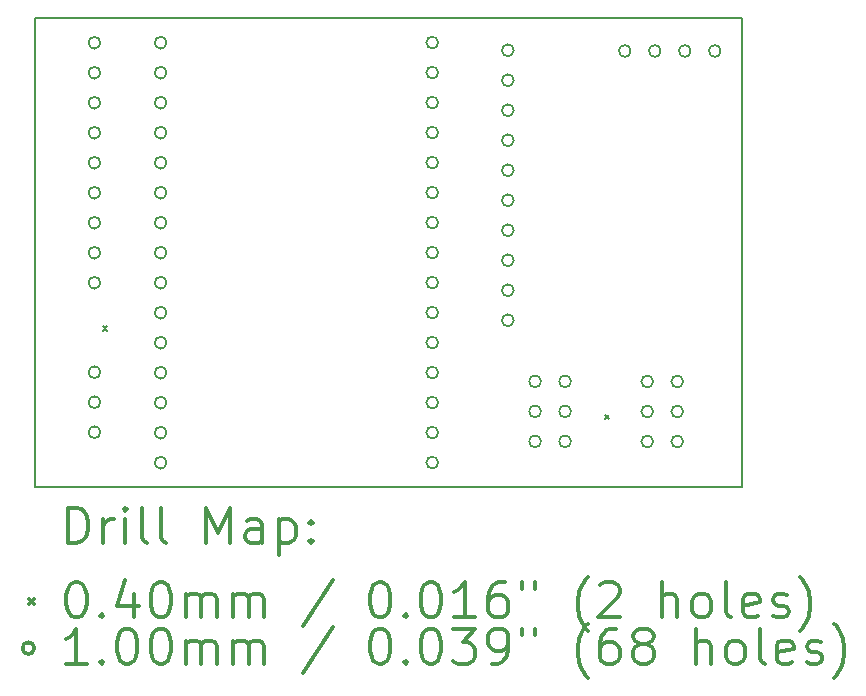
<source format=gbr>
%FSLAX45Y45*%
G04 Gerber Fmt 4.5, Leading zero omitted, Abs format (unit mm)*
G04 Created by KiCad (PCBNEW (5.1.5-0-10_14)) date 2020-04-27 22:26:07*
%MOMM*%
%LPD*%
G04 APERTURE LIST*
%TA.AperFunction,Profile*%
%ADD10C,0.200000*%
%TD*%
%ADD11C,0.200000*%
%ADD12C,0.300000*%
G04 APERTURE END LIST*
D10*
X16050000Y-6320000D02*
X16050000Y-10290000D01*
X10070000Y-6320000D02*
X16050000Y-6320000D01*
X10070000Y-10290000D02*
X16050000Y-10290000D01*
X10070000Y-6320000D02*
X10070000Y-10290000D01*
D11*
X10640000Y-8930000D02*
X10680000Y-8970000D01*
X10680000Y-8930000D02*
X10640000Y-8970000D01*
X14890000Y-9680000D02*
X14930000Y-9720000D01*
X14930000Y-9680000D02*
X14890000Y-9720000D01*
X10620000Y-6530000D02*
G75*
G03X10620000Y-6530000I-50000J0D01*
G01*
X10620000Y-6784000D02*
G75*
G03X10620000Y-6784000I-50000J0D01*
G01*
X10620000Y-7038000D02*
G75*
G03X10620000Y-7038000I-50000J0D01*
G01*
X10620000Y-7292000D02*
G75*
G03X10620000Y-7292000I-50000J0D01*
G01*
X10620000Y-7546000D02*
G75*
G03X10620000Y-7546000I-50000J0D01*
G01*
X10620000Y-7800000D02*
G75*
G03X10620000Y-7800000I-50000J0D01*
G01*
X10620000Y-8054000D02*
G75*
G03X10620000Y-8054000I-50000J0D01*
G01*
X10620000Y-8308000D02*
G75*
G03X10620000Y-8308000I-50000J0D01*
G01*
X10620000Y-8562000D02*
G75*
G03X10620000Y-8562000I-50000J0D01*
G01*
X13480000Y-6529000D02*
G75*
G03X13480000Y-6529000I-50000J0D01*
G01*
X13480000Y-6783000D02*
G75*
G03X13480000Y-6783000I-50000J0D01*
G01*
X13480000Y-7037000D02*
G75*
G03X13480000Y-7037000I-50000J0D01*
G01*
X13480000Y-7291000D02*
G75*
G03X13480000Y-7291000I-50000J0D01*
G01*
X13480000Y-7545000D02*
G75*
G03X13480000Y-7545000I-50000J0D01*
G01*
X13480000Y-7799000D02*
G75*
G03X13480000Y-7799000I-50000J0D01*
G01*
X13480000Y-8053000D02*
G75*
G03X13480000Y-8053000I-50000J0D01*
G01*
X13480000Y-8307000D02*
G75*
G03X13480000Y-8307000I-50000J0D01*
G01*
X13480000Y-8561000D02*
G75*
G03X13480000Y-8561000I-50000J0D01*
G01*
X13480000Y-8815000D02*
G75*
G03X13480000Y-8815000I-50000J0D01*
G01*
X13480000Y-9069000D02*
G75*
G03X13480000Y-9069000I-50000J0D01*
G01*
X13480000Y-9323000D02*
G75*
G03X13480000Y-9323000I-50000J0D01*
G01*
X13480000Y-9577000D02*
G75*
G03X13480000Y-9577000I-50000J0D01*
G01*
X13480000Y-9831000D02*
G75*
G03X13480000Y-9831000I-50000J0D01*
G01*
X13480000Y-10085000D02*
G75*
G03X13480000Y-10085000I-50000J0D01*
G01*
X15110000Y-6600000D02*
G75*
G03X15110000Y-6600000I-50000J0D01*
G01*
X15364000Y-6600000D02*
G75*
G03X15364000Y-6600000I-50000J0D01*
G01*
X15618000Y-6600000D02*
G75*
G03X15618000Y-6600000I-50000J0D01*
G01*
X15872000Y-6600000D02*
G75*
G03X15872000Y-6600000I-50000J0D01*
G01*
X15300000Y-9398350D02*
G75*
G03X15300000Y-9398350I-50000J0D01*
G01*
X15300000Y-9652350D02*
G75*
G03X15300000Y-9652350I-50000J0D01*
G01*
X15300000Y-9906350D02*
G75*
G03X15300000Y-9906350I-50000J0D01*
G01*
X15554000Y-9398350D02*
G75*
G03X15554000Y-9398350I-50000J0D01*
G01*
X15554000Y-9652350D02*
G75*
G03X15554000Y-9652350I-50000J0D01*
G01*
X15554000Y-9906350D02*
G75*
G03X15554000Y-9906350I-50000J0D01*
G01*
X11180000Y-6530000D02*
G75*
G03X11180000Y-6530000I-50000J0D01*
G01*
X11180000Y-6784000D02*
G75*
G03X11180000Y-6784000I-50000J0D01*
G01*
X11180000Y-7038000D02*
G75*
G03X11180000Y-7038000I-50000J0D01*
G01*
X11180000Y-7292000D02*
G75*
G03X11180000Y-7292000I-50000J0D01*
G01*
X11180000Y-7546000D02*
G75*
G03X11180000Y-7546000I-50000J0D01*
G01*
X11180000Y-7800000D02*
G75*
G03X11180000Y-7800000I-50000J0D01*
G01*
X11180000Y-8054000D02*
G75*
G03X11180000Y-8054000I-50000J0D01*
G01*
X11180000Y-8308000D02*
G75*
G03X11180000Y-8308000I-50000J0D01*
G01*
X11180000Y-8562000D02*
G75*
G03X11180000Y-8562000I-50000J0D01*
G01*
X11180000Y-8816000D02*
G75*
G03X11180000Y-8816000I-50000J0D01*
G01*
X11180000Y-9070000D02*
G75*
G03X11180000Y-9070000I-50000J0D01*
G01*
X11180000Y-9324000D02*
G75*
G03X11180000Y-9324000I-50000J0D01*
G01*
X11180000Y-9578000D02*
G75*
G03X11180000Y-9578000I-50000J0D01*
G01*
X11180000Y-9832000D02*
G75*
G03X11180000Y-9832000I-50000J0D01*
G01*
X11180000Y-10086000D02*
G75*
G03X11180000Y-10086000I-50000J0D01*
G01*
X14120000Y-6594000D02*
G75*
G03X14120000Y-6594000I-50000J0D01*
G01*
X14120000Y-6848000D02*
G75*
G03X14120000Y-6848000I-50000J0D01*
G01*
X14120000Y-7102000D02*
G75*
G03X14120000Y-7102000I-50000J0D01*
G01*
X14120000Y-7356000D02*
G75*
G03X14120000Y-7356000I-50000J0D01*
G01*
X14120000Y-7610000D02*
G75*
G03X14120000Y-7610000I-50000J0D01*
G01*
X14120000Y-7864000D02*
G75*
G03X14120000Y-7864000I-50000J0D01*
G01*
X14120000Y-8118000D02*
G75*
G03X14120000Y-8118000I-50000J0D01*
G01*
X14120000Y-8372000D02*
G75*
G03X14120000Y-8372000I-50000J0D01*
G01*
X14120000Y-8626000D02*
G75*
G03X14120000Y-8626000I-50000J0D01*
G01*
X14120000Y-8880000D02*
G75*
G03X14120000Y-8880000I-50000J0D01*
G01*
X14350000Y-9398350D02*
G75*
G03X14350000Y-9398350I-50000J0D01*
G01*
X14350000Y-9652350D02*
G75*
G03X14350000Y-9652350I-50000J0D01*
G01*
X14350000Y-9906350D02*
G75*
G03X14350000Y-9906350I-50000J0D01*
G01*
X14604000Y-9398350D02*
G75*
G03X14604000Y-9398350I-50000J0D01*
G01*
X14604000Y-9652350D02*
G75*
G03X14604000Y-9652350I-50000J0D01*
G01*
X14604000Y-9906350D02*
G75*
G03X14604000Y-9906350I-50000J0D01*
G01*
X10620000Y-9320000D02*
G75*
G03X10620000Y-9320000I-50000J0D01*
G01*
X10620000Y-9574000D02*
G75*
G03X10620000Y-9574000I-50000J0D01*
G01*
X10620000Y-9828000D02*
G75*
G03X10620000Y-9828000I-50000J0D01*
G01*
D12*
X10346428Y-10765714D02*
X10346428Y-10465714D01*
X10417857Y-10465714D01*
X10460714Y-10480000D01*
X10489286Y-10508572D01*
X10503571Y-10537143D01*
X10517857Y-10594286D01*
X10517857Y-10637143D01*
X10503571Y-10694286D01*
X10489286Y-10722857D01*
X10460714Y-10751429D01*
X10417857Y-10765714D01*
X10346428Y-10765714D01*
X10646428Y-10765714D02*
X10646428Y-10565714D01*
X10646428Y-10622857D02*
X10660714Y-10594286D01*
X10675000Y-10580000D01*
X10703571Y-10565714D01*
X10732143Y-10565714D01*
X10832143Y-10765714D02*
X10832143Y-10565714D01*
X10832143Y-10465714D02*
X10817857Y-10480000D01*
X10832143Y-10494286D01*
X10846428Y-10480000D01*
X10832143Y-10465714D01*
X10832143Y-10494286D01*
X11017857Y-10765714D02*
X10989286Y-10751429D01*
X10975000Y-10722857D01*
X10975000Y-10465714D01*
X11175000Y-10765714D02*
X11146428Y-10751429D01*
X11132143Y-10722857D01*
X11132143Y-10465714D01*
X11517857Y-10765714D02*
X11517857Y-10465714D01*
X11617857Y-10680000D01*
X11717857Y-10465714D01*
X11717857Y-10765714D01*
X11989286Y-10765714D02*
X11989286Y-10608572D01*
X11975000Y-10580000D01*
X11946428Y-10565714D01*
X11889286Y-10565714D01*
X11860714Y-10580000D01*
X11989286Y-10751429D02*
X11960714Y-10765714D01*
X11889286Y-10765714D01*
X11860714Y-10751429D01*
X11846428Y-10722857D01*
X11846428Y-10694286D01*
X11860714Y-10665714D01*
X11889286Y-10651429D01*
X11960714Y-10651429D01*
X11989286Y-10637143D01*
X12132143Y-10565714D02*
X12132143Y-10865714D01*
X12132143Y-10580000D02*
X12160714Y-10565714D01*
X12217857Y-10565714D01*
X12246428Y-10580000D01*
X12260714Y-10594286D01*
X12275000Y-10622857D01*
X12275000Y-10708572D01*
X12260714Y-10737143D01*
X12246428Y-10751429D01*
X12217857Y-10765714D01*
X12160714Y-10765714D01*
X12132143Y-10751429D01*
X12403571Y-10737143D02*
X12417857Y-10751429D01*
X12403571Y-10765714D01*
X12389286Y-10751429D01*
X12403571Y-10737143D01*
X12403571Y-10765714D01*
X12403571Y-10580000D02*
X12417857Y-10594286D01*
X12403571Y-10608572D01*
X12389286Y-10594286D01*
X12403571Y-10580000D01*
X12403571Y-10608572D01*
X10020000Y-11240000D02*
X10060000Y-11280000D01*
X10060000Y-11240000D02*
X10020000Y-11280000D01*
X10403571Y-11095714D02*
X10432143Y-11095714D01*
X10460714Y-11110000D01*
X10475000Y-11124286D01*
X10489286Y-11152857D01*
X10503571Y-11210000D01*
X10503571Y-11281429D01*
X10489286Y-11338571D01*
X10475000Y-11367143D01*
X10460714Y-11381429D01*
X10432143Y-11395714D01*
X10403571Y-11395714D01*
X10375000Y-11381429D01*
X10360714Y-11367143D01*
X10346428Y-11338571D01*
X10332143Y-11281429D01*
X10332143Y-11210000D01*
X10346428Y-11152857D01*
X10360714Y-11124286D01*
X10375000Y-11110000D01*
X10403571Y-11095714D01*
X10632143Y-11367143D02*
X10646428Y-11381429D01*
X10632143Y-11395714D01*
X10617857Y-11381429D01*
X10632143Y-11367143D01*
X10632143Y-11395714D01*
X10903571Y-11195714D02*
X10903571Y-11395714D01*
X10832143Y-11081429D02*
X10760714Y-11295714D01*
X10946428Y-11295714D01*
X11117857Y-11095714D02*
X11146428Y-11095714D01*
X11175000Y-11110000D01*
X11189286Y-11124286D01*
X11203571Y-11152857D01*
X11217857Y-11210000D01*
X11217857Y-11281429D01*
X11203571Y-11338571D01*
X11189286Y-11367143D01*
X11175000Y-11381429D01*
X11146428Y-11395714D01*
X11117857Y-11395714D01*
X11089286Y-11381429D01*
X11075000Y-11367143D01*
X11060714Y-11338571D01*
X11046428Y-11281429D01*
X11046428Y-11210000D01*
X11060714Y-11152857D01*
X11075000Y-11124286D01*
X11089286Y-11110000D01*
X11117857Y-11095714D01*
X11346428Y-11395714D02*
X11346428Y-11195714D01*
X11346428Y-11224286D02*
X11360714Y-11210000D01*
X11389286Y-11195714D01*
X11432143Y-11195714D01*
X11460714Y-11210000D01*
X11475000Y-11238571D01*
X11475000Y-11395714D01*
X11475000Y-11238571D02*
X11489286Y-11210000D01*
X11517857Y-11195714D01*
X11560714Y-11195714D01*
X11589286Y-11210000D01*
X11603571Y-11238571D01*
X11603571Y-11395714D01*
X11746428Y-11395714D02*
X11746428Y-11195714D01*
X11746428Y-11224286D02*
X11760714Y-11210000D01*
X11789286Y-11195714D01*
X11832143Y-11195714D01*
X11860714Y-11210000D01*
X11875000Y-11238571D01*
X11875000Y-11395714D01*
X11875000Y-11238571D02*
X11889286Y-11210000D01*
X11917857Y-11195714D01*
X11960714Y-11195714D01*
X11989286Y-11210000D01*
X12003571Y-11238571D01*
X12003571Y-11395714D01*
X12589286Y-11081429D02*
X12332143Y-11467143D01*
X12975000Y-11095714D02*
X13003571Y-11095714D01*
X13032143Y-11110000D01*
X13046428Y-11124286D01*
X13060714Y-11152857D01*
X13075000Y-11210000D01*
X13075000Y-11281429D01*
X13060714Y-11338571D01*
X13046428Y-11367143D01*
X13032143Y-11381429D01*
X13003571Y-11395714D01*
X12975000Y-11395714D01*
X12946428Y-11381429D01*
X12932143Y-11367143D01*
X12917857Y-11338571D01*
X12903571Y-11281429D01*
X12903571Y-11210000D01*
X12917857Y-11152857D01*
X12932143Y-11124286D01*
X12946428Y-11110000D01*
X12975000Y-11095714D01*
X13203571Y-11367143D02*
X13217857Y-11381429D01*
X13203571Y-11395714D01*
X13189286Y-11381429D01*
X13203571Y-11367143D01*
X13203571Y-11395714D01*
X13403571Y-11095714D02*
X13432143Y-11095714D01*
X13460714Y-11110000D01*
X13475000Y-11124286D01*
X13489286Y-11152857D01*
X13503571Y-11210000D01*
X13503571Y-11281429D01*
X13489286Y-11338571D01*
X13475000Y-11367143D01*
X13460714Y-11381429D01*
X13432143Y-11395714D01*
X13403571Y-11395714D01*
X13375000Y-11381429D01*
X13360714Y-11367143D01*
X13346428Y-11338571D01*
X13332143Y-11281429D01*
X13332143Y-11210000D01*
X13346428Y-11152857D01*
X13360714Y-11124286D01*
X13375000Y-11110000D01*
X13403571Y-11095714D01*
X13789286Y-11395714D02*
X13617857Y-11395714D01*
X13703571Y-11395714D02*
X13703571Y-11095714D01*
X13675000Y-11138572D01*
X13646428Y-11167143D01*
X13617857Y-11181429D01*
X14046428Y-11095714D02*
X13989286Y-11095714D01*
X13960714Y-11110000D01*
X13946428Y-11124286D01*
X13917857Y-11167143D01*
X13903571Y-11224286D01*
X13903571Y-11338571D01*
X13917857Y-11367143D01*
X13932143Y-11381429D01*
X13960714Y-11395714D01*
X14017857Y-11395714D01*
X14046428Y-11381429D01*
X14060714Y-11367143D01*
X14075000Y-11338571D01*
X14075000Y-11267143D01*
X14060714Y-11238571D01*
X14046428Y-11224286D01*
X14017857Y-11210000D01*
X13960714Y-11210000D01*
X13932143Y-11224286D01*
X13917857Y-11238571D01*
X13903571Y-11267143D01*
X14189286Y-11095714D02*
X14189286Y-11152857D01*
X14303571Y-11095714D02*
X14303571Y-11152857D01*
X14746428Y-11510000D02*
X14732143Y-11495714D01*
X14703571Y-11452857D01*
X14689286Y-11424286D01*
X14675000Y-11381429D01*
X14660714Y-11310000D01*
X14660714Y-11252857D01*
X14675000Y-11181429D01*
X14689286Y-11138572D01*
X14703571Y-11110000D01*
X14732143Y-11067143D01*
X14746428Y-11052857D01*
X14846428Y-11124286D02*
X14860714Y-11110000D01*
X14889286Y-11095714D01*
X14960714Y-11095714D01*
X14989286Y-11110000D01*
X15003571Y-11124286D01*
X15017857Y-11152857D01*
X15017857Y-11181429D01*
X15003571Y-11224286D01*
X14832143Y-11395714D01*
X15017857Y-11395714D01*
X15375000Y-11395714D02*
X15375000Y-11095714D01*
X15503571Y-11395714D02*
X15503571Y-11238571D01*
X15489286Y-11210000D01*
X15460714Y-11195714D01*
X15417857Y-11195714D01*
X15389286Y-11210000D01*
X15375000Y-11224286D01*
X15689286Y-11395714D02*
X15660714Y-11381429D01*
X15646428Y-11367143D01*
X15632143Y-11338571D01*
X15632143Y-11252857D01*
X15646428Y-11224286D01*
X15660714Y-11210000D01*
X15689286Y-11195714D01*
X15732143Y-11195714D01*
X15760714Y-11210000D01*
X15775000Y-11224286D01*
X15789286Y-11252857D01*
X15789286Y-11338571D01*
X15775000Y-11367143D01*
X15760714Y-11381429D01*
X15732143Y-11395714D01*
X15689286Y-11395714D01*
X15960714Y-11395714D02*
X15932143Y-11381429D01*
X15917857Y-11352857D01*
X15917857Y-11095714D01*
X16189286Y-11381429D02*
X16160714Y-11395714D01*
X16103571Y-11395714D01*
X16075000Y-11381429D01*
X16060714Y-11352857D01*
X16060714Y-11238571D01*
X16075000Y-11210000D01*
X16103571Y-11195714D01*
X16160714Y-11195714D01*
X16189286Y-11210000D01*
X16203571Y-11238571D01*
X16203571Y-11267143D01*
X16060714Y-11295714D01*
X16317857Y-11381429D02*
X16346428Y-11395714D01*
X16403571Y-11395714D01*
X16432143Y-11381429D01*
X16446428Y-11352857D01*
X16446428Y-11338571D01*
X16432143Y-11310000D01*
X16403571Y-11295714D01*
X16360714Y-11295714D01*
X16332143Y-11281429D01*
X16317857Y-11252857D01*
X16317857Y-11238571D01*
X16332143Y-11210000D01*
X16360714Y-11195714D01*
X16403571Y-11195714D01*
X16432143Y-11210000D01*
X16546428Y-11510000D02*
X16560714Y-11495714D01*
X16589286Y-11452857D01*
X16603571Y-11424286D01*
X16617857Y-11381429D01*
X16632143Y-11310000D01*
X16632143Y-11252857D01*
X16617857Y-11181429D01*
X16603571Y-11138572D01*
X16589286Y-11110000D01*
X16560714Y-11067143D01*
X16546428Y-11052857D01*
X10060000Y-11656000D02*
G75*
G03X10060000Y-11656000I-50000J0D01*
G01*
X10503571Y-11791714D02*
X10332143Y-11791714D01*
X10417857Y-11791714D02*
X10417857Y-11491714D01*
X10389286Y-11534571D01*
X10360714Y-11563143D01*
X10332143Y-11577429D01*
X10632143Y-11763143D02*
X10646428Y-11777429D01*
X10632143Y-11791714D01*
X10617857Y-11777429D01*
X10632143Y-11763143D01*
X10632143Y-11791714D01*
X10832143Y-11491714D02*
X10860714Y-11491714D01*
X10889286Y-11506000D01*
X10903571Y-11520286D01*
X10917857Y-11548857D01*
X10932143Y-11606000D01*
X10932143Y-11677429D01*
X10917857Y-11734571D01*
X10903571Y-11763143D01*
X10889286Y-11777429D01*
X10860714Y-11791714D01*
X10832143Y-11791714D01*
X10803571Y-11777429D01*
X10789286Y-11763143D01*
X10775000Y-11734571D01*
X10760714Y-11677429D01*
X10760714Y-11606000D01*
X10775000Y-11548857D01*
X10789286Y-11520286D01*
X10803571Y-11506000D01*
X10832143Y-11491714D01*
X11117857Y-11491714D02*
X11146428Y-11491714D01*
X11175000Y-11506000D01*
X11189286Y-11520286D01*
X11203571Y-11548857D01*
X11217857Y-11606000D01*
X11217857Y-11677429D01*
X11203571Y-11734571D01*
X11189286Y-11763143D01*
X11175000Y-11777429D01*
X11146428Y-11791714D01*
X11117857Y-11791714D01*
X11089286Y-11777429D01*
X11075000Y-11763143D01*
X11060714Y-11734571D01*
X11046428Y-11677429D01*
X11046428Y-11606000D01*
X11060714Y-11548857D01*
X11075000Y-11520286D01*
X11089286Y-11506000D01*
X11117857Y-11491714D01*
X11346428Y-11791714D02*
X11346428Y-11591714D01*
X11346428Y-11620286D02*
X11360714Y-11606000D01*
X11389286Y-11591714D01*
X11432143Y-11591714D01*
X11460714Y-11606000D01*
X11475000Y-11634571D01*
X11475000Y-11791714D01*
X11475000Y-11634571D02*
X11489286Y-11606000D01*
X11517857Y-11591714D01*
X11560714Y-11591714D01*
X11589286Y-11606000D01*
X11603571Y-11634571D01*
X11603571Y-11791714D01*
X11746428Y-11791714D02*
X11746428Y-11591714D01*
X11746428Y-11620286D02*
X11760714Y-11606000D01*
X11789286Y-11591714D01*
X11832143Y-11591714D01*
X11860714Y-11606000D01*
X11875000Y-11634571D01*
X11875000Y-11791714D01*
X11875000Y-11634571D02*
X11889286Y-11606000D01*
X11917857Y-11591714D01*
X11960714Y-11591714D01*
X11989286Y-11606000D01*
X12003571Y-11634571D01*
X12003571Y-11791714D01*
X12589286Y-11477429D02*
X12332143Y-11863143D01*
X12975000Y-11491714D02*
X13003571Y-11491714D01*
X13032143Y-11506000D01*
X13046428Y-11520286D01*
X13060714Y-11548857D01*
X13075000Y-11606000D01*
X13075000Y-11677429D01*
X13060714Y-11734571D01*
X13046428Y-11763143D01*
X13032143Y-11777429D01*
X13003571Y-11791714D01*
X12975000Y-11791714D01*
X12946428Y-11777429D01*
X12932143Y-11763143D01*
X12917857Y-11734571D01*
X12903571Y-11677429D01*
X12903571Y-11606000D01*
X12917857Y-11548857D01*
X12932143Y-11520286D01*
X12946428Y-11506000D01*
X12975000Y-11491714D01*
X13203571Y-11763143D02*
X13217857Y-11777429D01*
X13203571Y-11791714D01*
X13189286Y-11777429D01*
X13203571Y-11763143D01*
X13203571Y-11791714D01*
X13403571Y-11491714D02*
X13432143Y-11491714D01*
X13460714Y-11506000D01*
X13475000Y-11520286D01*
X13489286Y-11548857D01*
X13503571Y-11606000D01*
X13503571Y-11677429D01*
X13489286Y-11734571D01*
X13475000Y-11763143D01*
X13460714Y-11777429D01*
X13432143Y-11791714D01*
X13403571Y-11791714D01*
X13375000Y-11777429D01*
X13360714Y-11763143D01*
X13346428Y-11734571D01*
X13332143Y-11677429D01*
X13332143Y-11606000D01*
X13346428Y-11548857D01*
X13360714Y-11520286D01*
X13375000Y-11506000D01*
X13403571Y-11491714D01*
X13603571Y-11491714D02*
X13789286Y-11491714D01*
X13689286Y-11606000D01*
X13732143Y-11606000D01*
X13760714Y-11620286D01*
X13775000Y-11634571D01*
X13789286Y-11663143D01*
X13789286Y-11734571D01*
X13775000Y-11763143D01*
X13760714Y-11777429D01*
X13732143Y-11791714D01*
X13646428Y-11791714D01*
X13617857Y-11777429D01*
X13603571Y-11763143D01*
X13932143Y-11791714D02*
X13989286Y-11791714D01*
X14017857Y-11777429D01*
X14032143Y-11763143D01*
X14060714Y-11720286D01*
X14075000Y-11663143D01*
X14075000Y-11548857D01*
X14060714Y-11520286D01*
X14046428Y-11506000D01*
X14017857Y-11491714D01*
X13960714Y-11491714D01*
X13932143Y-11506000D01*
X13917857Y-11520286D01*
X13903571Y-11548857D01*
X13903571Y-11620286D01*
X13917857Y-11648857D01*
X13932143Y-11663143D01*
X13960714Y-11677429D01*
X14017857Y-11677429D01*
X14046428Y-11663143D01*
X14060714Y-11648857D01*
X14075000Y-11620286D01*
X14189286Y-11491714D02*
X14189286Y-11548857D01*
X14303571Y-11491714D02*
X14303571Y-11548857D01*
X14746428Y-11906000D02*
X14732143Y-11891714D01*
X14703571Y-11848857D01*
X14689286Y-11820286D01*
X14675000Y-11777429D01*
X14660714Y-11706000D01*
X14660714Y-11648857D01*
X14675000Y-11577429D01*
X14689286Y-11534571D01*
X14703571Y-11506000D01*
X14732143Y-11463143D01*
X14746428Y-11448857D01*
X14989286Y-11491714D02*
X14932143Y-11491714D01*
X14903571Y-11506000D01*
X14889286Y-11520286D01*
X14860714Y-11563143D01*
X14846428Y-11620286D01*
X14846428Y-11734571D01*
X14860714Y-11763143D01*
X14875000Y-11777429D01*
X14903571Y-11791714D01*
X14960714Y-11791714D01*
X14989286Y-11777429D01*
X15003571Y-11763143D01*
X15017857Y-11734571D01*
X15017857Y-11663143D01*
X15003571Y-11634571D01*
X14989286Y-11620286D01*
X14960714Y-11606000D01*
X14903571Y-11606000D01*
X14875000Y-11620286D01*
X14860714Y-11634571D01*
X14846428Y-11663143D01*
X15189286Y-11620286D02*
X15160714Y-11606000D01*
X15146428Y-11591714D01*
X15132143Y-11563143D01*
X15132143Y-11548857D01*
X15146428Y-11520286D01*
X15160714Y-11506000D01*
X15189286Y-11491714D01*
X15246428Y-11491714D01*
X15275000Y-11506000D01*
X15289286Y-11520286D01*
X15303571Y-11548857D01*
X15303571Y-11563143D01*
X15289286Y-11591714D01*
X15275000Y-11606000D01*
X15246428Y-11620286D01*
X15189286Y-11620286D01*
X15160714Y-11634571D01*
X15146428Y-11648857D01*
X15132143Y-11677429D01*
X15132143Y-11734571D01*
X15146428Y-11763143D01*
X15160714Y-11777429D01*
X15189286Y-11791714D01*
X15246428Y-11791714D01*
X15275000Y-11777429D01*
X15289286Y-11763143D01*
X15303571Y-11734571D01*
X15303571Y-11677429D01*
X15289286Y-11648857D01*
X15275000Y-11634571D01*
X15246428Y-11620286D01*
X15660714Y-11791714D02*
X15660714Y-11491714D01*
X15789286Y-11791714D02*
X15789286Y-11634571D01*
X15775000Y-11606000D01*
X15746428Y-11591714D01*
X15703571Y-11591714D01*
X15675000Y-11606000D01*
X15660714Y-11620286D01*
X15975000Y-11791714D02*
X15946428Y-11777429D01*
X15932143Y-11763143D01*
X15917857Y-11734571D01*
X15917857Y-11648857D01*
X15932143Y-11620286D01*
X15946428Y-11606000D01*
X15975000Y-11591714D01*
X16017857Y-11591714D01*
X16046428Y-11606000D01*
X16060714Y-11620286D01*
X16075000Y-11648857D01*
X16075000Y-11734571D01*
X16060714Y-11763143D01*
X16046428Y-11777429D01*
X16017857Y-11791714D01*
X15975000Y-11791714D01*
X16246428Y-11791714D02*
X16217857Y-11777429D01*
X16203571Y-11748857D01*
X16203571Y-11491714D01*
X16475000Y-11777429D02*
X16446428Y-11791714D01*
X16389286Y-11791714D01*
X16360714Y-11777429D01*
X16346428Y-11748857D01*
X16346428Y-11634571D01*
X16360714Y-11606000D01*
X16389286Y-11591714D01*
X16446428Y-11591714D01*
X16475000Y-11606000D01*
X16489286Y-11634571D01*
X16489286Y-11663143D01*
X16346428Y-11691714D01*
X16603571Y-11777429D02*
X16632143Y-11791714D01*
X16689286Y-11791714D01*
X16717857Y-11777429D01*
X16732143Y-11748857D01*
X16732143Y-11734571D01*
X16717857Y-11706000D01*
X16689286Y-11691714D01*
X16646428Y-11691714D01*
X16617857Y-11677429D01*
X16603571Y-11648857D01*
X16603571Y-11634571D01*
X16617857Y-11606000D01*
X16646428Y-11591714D01*
X16689286Y-11591714D01*
X16717857Y-11606000D01*
X16832143Y-11906000D02*
X16846428Y-11891714D01*
X16875000Y-11848857D01*
X16889286Y-11820286D01*
X16903571Y-11777429D01*
X16917857Y-11706000D01*
X16917857Y-11648857D01*
X16903571Y-11577429D01*
X16889286Y-11534571D01*
X16875000Y-11506000D01*
X16846428Y-11463143D01*
X16832143Y-11448857D01*
M02*

</source>
